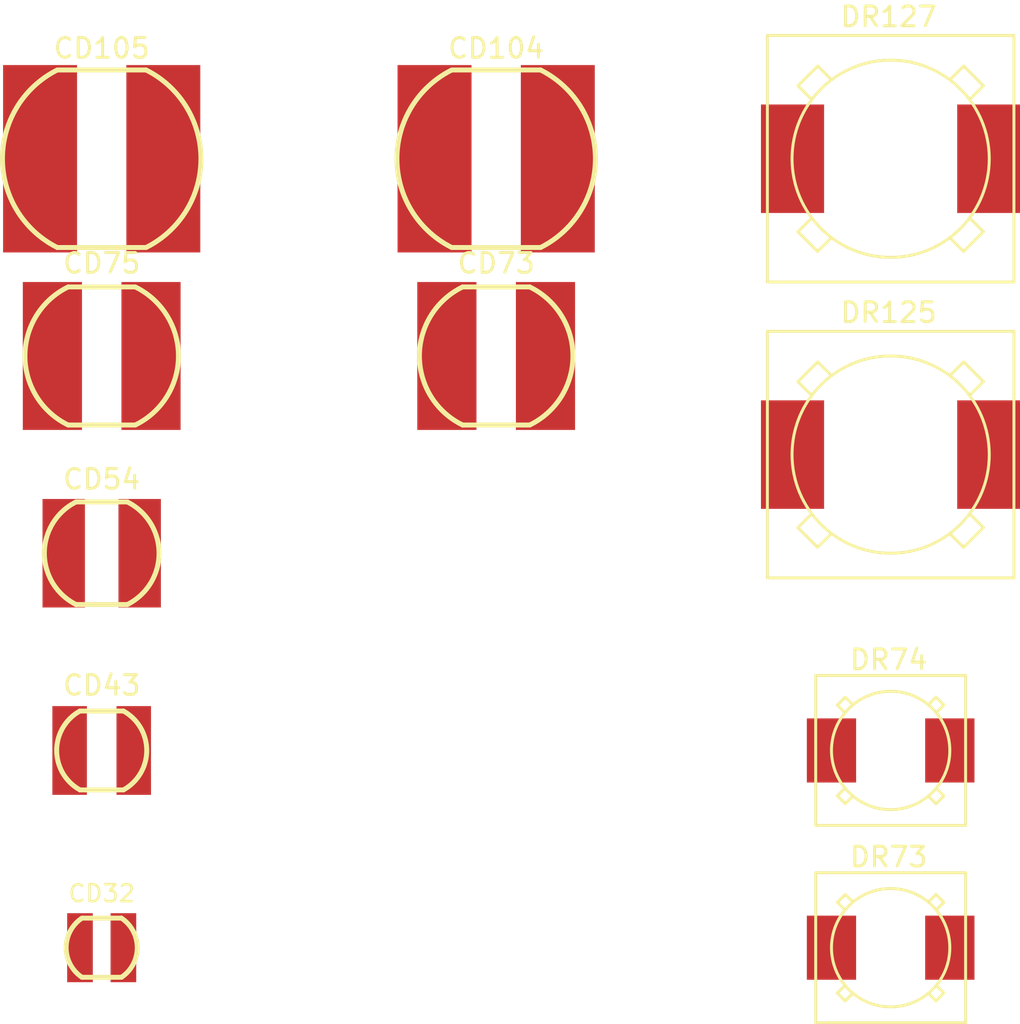
<source format=kicad_pcb>
(kicad_pcb (version 3) (host pcbnew "(2014-jan-25)-product")

  (general
    (links 0)
    (no_connects 0)
    (area 94.589846 63.221 144.504 115.729)
    (thickness 1.6)
    (drawings 0)
    (tracks 0)
    (zones 0)
    (modules 11)
    (nets 1)
  )

  (page A4)
  (layers
    (15 F.Cu signal)
    (0 B.Cu signal)
    (16 B.Adhes user)
    (17 F.Adhes user)
    (18 B.Paste user)
    (19 F.Paste user)
    (20 B.SilkS user)
    (21 F.SilkS user)
    (22 B.Mask user)
    (23 F.Mask user)
    (24 Dwgs.User user)
    (25 Cmts.User user)
    (26 Eco1.User user)
    (27 Eco2.User user)
    (28 Edge.Cuts user)
  )

  (setup
    (last_trace_width 0.254)
    (trace_clearance 0.254)
    (zone_clearance 0.508)
    (zone_45_only no)
    (trace_min 0.254)
    (segment_width 0.2)
    (edge_width 0.15)
    (via_size 0.889)
    (via_drill 0.635)
    (via_min_size 0.889)
    (via_min_drill 0.508)
    (uvia_size 0.508)
    (uvia_drill 0.127)
    (uvias_allowed no)
    (uvia_min_size 0.508)
    (uvia_min_drill 0.127)
    (pcb_text_width 0.3)
    (pcb_text_size 1 1)
    (mod_edge_width 0.15)
    (mod_text_size 1 1)
    (mod_text_width 0.15)
    (pad_size 5.5 3.2)
    (pad_drill 0)
    (pad_to_mask_clearance 0)
    (aux_axis_origin 0 0)
    (visible_elements FFFFFF7F)
    (pcbplotparams
      (layerselection 3178497)
      (usegerberextensions true)
      (excludeedgelayer true)
      (linewidth 0.150000)
      (plotframeref false)
      (viasonmask false)
      (mode 1)
      (useauxorigin false)
      (hpglpennumber 1)
      (hpglpenspeed 20)
      (hpglpendiameter 15)
      (hpglpenoverlay 2)
      (psnegative false)
      (psa4output false)
      (plotreference true)
      (plotvalue true)
      (plotothertext true)
      (plotinvisibletext false)
      (padsonsilk false)
      (subtractmaskfromsilk false)
      (outputformat 1)
      (mirror false)
      (drillshape 1)
      (scaleselection 1)
      (outputdirectory ""))
  )

  (net 0 "")

  (net_class Default "Это класс цепей по умолчанию."
    (clearance 0.254)
    (trace_width 0.254)
    (via_dia 0.889)
    (via_drill 0.635)
    (uvia_dia 0.508)
    (uvia_drill 0.127)
  )

  (module SMD_Inductors:CD104 (layer F.Cu) (tedit 572625D8) (tstamp 5725A8F3)
    (at 120 70)
    (tags "Surface Mount Power Inductor Package")
    (fp_text reference CD104 (at 0 -5.6 180) (layer F.SilkS)
      (effects (font (size 1 1) (thickness 0.15)))
    )
    (fp_text value VAL** (at 0 5.7 180) (layer F.SilkS) hide
      (effects (font (size 1 1) (thickness 0.15)))
    )
    (fp_arc (start 0 0) (end -2.25 4.5) (angle 126.5) (layer F.SilkS) (width 0.25))
    (fp_arc (start 0 0) (end 2.25 -4.5) (angle 126.5) (layer F.SilkS) (width 0.25))
    (fp_line (start -2.25 4.5) (end 2.25 4.5) (layer F.SilkS) (width 0.25))
    (fp_line (start -2.25 -4.5) (end 2.25 -4.5) (layer F.SilkS) (width 0.25))
    (pad 1 smd rect (at -3.125 0 90) (size 9.5 3.75) (layers F.Cu F.Paste F.Mask))
    (pad 2 smd rect (at 3.125 0 90) (size 9.5 3.75) (layers F.Cu F.Paste F.Mask))
    (model SMD_Inductors.3dshapes/CD104.wrl
      (at (xyz 0 0 0))
      (scale (xyz 1 1 1))
      (rotate (xyz 0 0 0))
    )
  )

  (module SMD_Inductors:CD73 (layer F.Cu) (tedit 572625D8) (tstamp 5725A910)
    (at 120 80)
    (tags "Surface Mount Power Inductor Package")
    (fp_text reference CD73 (at 0 -4.7 180) (layer F.SilkS)
      (effects (font (size 1 1) (thickness 0.15)))
    )
    (fp_text value VAL** (at 0 4.8 180) (layer F.SilkS) hide
      (effects (font (size 1 1) (thickness 0.15)))
    )
    (fp_arc (start 0 0) (end -1.7 3.5) (angle 128) (layer F.SilkS) (width 0.25))
    (fp_arc (start 0 0) (end 1.7 -3.5) (angle 128) (layer F.SilkS) (width 0.25))
    (fp_line (start -1.7 3.5) (end 1.7 3.5) (layer F.SilkS) (width 0.25))
    (fp_line (start -1.7 -3.5) (end 1.7 -3.5) (layer F.SilkS) (width 0.25))
    (pad 1 smd rect (at -2.5 0 90) (size 7.5 3) (layers F.Cu F.Paste F.Mask))
    (pad 2 smd rect (at 2.5 0 90) (size 7.5 3) (layers F.Cu F.Paste F.Mask))
    (model SMD_Inductors.3dshapes/CD73.wrl
      (at (xyz 0 0 0))
      (scale (xyz 1 1 1))
      (rotate (xyz 0 0 0))
    )
  )

  (module SMD_Inductors:CD105 (layer F.Cu) (tedit 572625D8) (tstamp 57259A59)
    (at 100 70)
    (tags "Surface Mount Power Inductor Package")
    (fp_text reference CD105 (at 0 -5.6 180) (layer F.SilkS)
      (effects (font (size 1 1) (thickness 0.15)))
    )
    (fp_text value VAL** (at 0 5.7 180) (layer F.SilkS) hide
      (effects (font (size 1 1) (thickness 0.15)))
    )
    (fp_arc (start 0 0) (end -2.25 4.5) (angle 126.5) (layer F.SilkS) (width 0.25))
    (fp_arc (start 0 0) (end 2.25 -4.5) (angle 126.5) (layer F.SilkS) (width 0.25))
    (fp_line (start -2.25 4.5) (end 2.25 4.5) (layer F.SilkS) (width 0.25))
    (fp_line (start -2.25 -4.5) (end 2.25 -4.5) (layer F.SilkS) (width 0.25))
    (pad 1 smd rect (at -3.125 0 90) (size 9.5 3.75) (layers F.Cu F.Paste F.Mask))
    (pad 2 smd rect (at 3.125 0 90) (size 9.5 3.75) (layers F.Cu F.Paste F.Mask))
    (model SMD_Inductors.3dshapes/CD105.wrl
      (at (xyz 0 0 0))
      (scale (xyz 1 1 1))
      (rotate (xyz 0 0 0))
    )
  )

  (module SMD_Inductors:CD75 (layer F.Cu) (tedit 572625D8) (tstamp 572664AE)
    (at 100 80)
    (tags "Surface Mount Power Inductor Package")
    (fp_text reference CD75 (at 0 -4.7 180) (layer F.SilkS)
      (effects (font (size 1 1) (thickness 0.15)))
    )
    (fp_text value VAL** (at 0 4.8 180) (layer F.SilkS) hide
      (effects (font (size 1 1) (thickness 0.15)))
    )
    (fp_arc (start 0 0) (end -1.7 3.5) (angle 128) (layer F.SilkS) (width 0.25))
    (fp_arc (start 0 0) (end 1.7 -3.5) (angle 128) (layer F.SilkS) (width 0.25))
    (fp_line (start -1.7 3.5) (end 1.7 3.5) (layer F.SilkS) (width 0.25))
    (fp_line (start -1.7 -3.5) (end 1.7 -3.5) (layer F.SilkS) (width 0.25))
    (pad 1 smd rect (at -2.5 0 90) (size 7.5 3) (layers F.Cu F.Paste F.Mask))
    (pad 2 smd rect (at 2.5 0 90) (size 7.5 3) (layers F.Cu F.Paste F.Mask))
    (model SMD_Inductors.3dshapes/CD75.wrl
      (at (xyz 0 0 0))
      (scale (xyz 1 1 1))
      (rotate (xyz 0 0 0))
    )
  )

  (module SMD_Inductors:CD54 (layer F.Cu) (tedit 572625D8) (tstamp 57259A76)
    (at 100 90)
    (tags "Surface Mount Power Inductor Package")
    (fp_text reference CD54 (at 0 -3.75 180) (layer F.SilkS)
      (effects (font (size 1 1) (thickness 0.15)))
    )
    (fp_text value VAL** (at 0 3.75 180) (layer F.SilkS) hide
      (effects (font (size 1 1) (thickness 0.15)))
    )
    (fp_arc (start 0 0) (end -1.3 2.6) (angle 126.5) (layer F.SilkS) (width 0.25))
    (fp_arc (start 0 0) (end 1.3 -2.6) (angle 126.5) (layer F.SilkS) (width 0.25))
    (fp_line (start -1.3 2.6) (end 1.3 2.6) (layer F.SilkS) (width 0.25))
    (fp_line (start -1.3 -2.6) (end 1.3 -2.6) (layer F.SilkS) (width 0.25))
    (pad 1 smd rect (at -1.925 0 90) (size 5.5 2.15) (layers F.Cu F.Paste F.Mask))
    (pad 2 smd rect (at 1.925 0 90) (size 5.5 2.15) (layers F.Cu F.Paste F.Mask))
    (model SMD_Inductors.3dshapes/CD54.wrl
      (at (xyz 0 0 0))
      (scale (xyz 1 1 1))
      (rotate (xyz 0 0 0))
    )
  )

  (module SMD_Inductors:CD43 (layer F.Cu) (tedit 572625D8) (tstamp 5725A942)
    (at 100 100)
    (tags "Surface Mount Power Inductor Package")
    (fp_text reference CD43 (at 0 -3.3 180) (layer F.SilkS)
      (effects (font (size 1 1) (thickness 0.15)))
    )
    (fp_text value VAL** (at 0 3.4 180) (layer F.SilkS) hide
      (effects (font (size 1 1) (thickness 0.15)))
    )
    (fp_arc (start 0 0) (end -1.1 2) (angle 122.2) (layer F.SilkS) (width 0.25))
    (fp_arc (start 0 0) (end 1.1 -2) (angle 122.2) (layer F.SilkS) (width 0.25))
    (fp_line (start -1.1 2) (end 1.1 2) (layer F.SilkS) (width 0.25))
    (fp_line (start -1.1 -2) (end 1.1 -2) (layer F.SilkS) (width 0.25))
    (pad 1 smd rect (at -1.625 0 90) (size 4.5 1.75) (layers F.Cu F.Paste F.Mask))
    (pad 2 smd rect (at 1.625 0 90) (size 4.5 1.75) (layers F.Cu F.Paste F.Mask))
    (model SMD_Inductors.3dshapes/CD43.wrl
      (at (xyz 0 0 0))
      (scale (xyz 1 1 1))
      (rotate (xyz 0 0 0))
    )
  )

  (module SMD_Inductors:CD32 (layer F.Cu) (tedit 572625D8) (tstamp 57259A93)
    (at 100 110)
    (tags "Surface Mount Power Inductor Package")
    (fp_text reference CD32 (at 0 -2.75 180) (layer F.SilkS)
      (effects (font (size 0.862 0.862) (thickness 0.127)))
    )
    (fp_text value VAL** (at 0 2.75 180) (layer F.SilkS) hide
      (effects (font (size 0.862 0.862) (thickness 0.127)))
    )
    (fp_line (start 1 -1.5) (end -1 -1.5) (layer F.SilkS) (width 0.25))
    (fp_line (start -1 1.5) (end 1 1.5) (layer F.SilkS) (width 0.25))
    (fp_arc (start 0 0) (end -1 1.5) (angle 112) (layer F.SilkS) (width 0.25))
    (fp_arc (start 0 0) (end 1 -1.5) (angle 112) (layer F.SilkS) (width 0.25))
    (pad 1 smd rect (at -1.1 0 90) (size 3.5 1.3) (layers F.Cu F.Paste F.Mask))
    (pad 2 smd rect (at 1.1 0 90) (size 3.5 1.3) (layers F.Cu F.Paste F.Mask))
    (model SMD_Inductors.3dshapes/CD32.wrl
      (at (xyz 0 0 0))
      (scale (xyz 1 1 1))
      (rotate (xyz 0 0 0))
    )
  )

  (module SMD_Inductors:DR73 (layer F.Cu) (tedit 572628CB) (tstamp 57263B27)
    (at 140 110)
    (tags "Surface Mount Shielded Power Inductor Package")
    (fp_text reference DR73 (at -0.1 -4.6) (layer F.SilkS)
      (effects (font (size 1 1) (thickness 0.15)))
    )
    (fp_text value VAL** (at 0 4.7 180) (layer F.SilkS) hide
      (effects (font (size 1 1) (thickness 0.15)))
    )
    (fp_line (start 1.9 2.3) (end 2.3 2.7) (layer F.SilkS) (width 0.15))
    (fp_line (start 2.3 2.7) (end 2.7 2.3) (layer F.SilkS) (width 0.15))
    (fp_line (start 2.7 2.3) (end 2.3 1.9) (layer F.SilkS) (width 0.15))
    (fp_line (start -2.3 1.9) (end -2.7 2.3) (layer F.SilkS) (width 0.15))
    (fp_line (start -2.7 2.3) (end -2.3 2.7) (layer F.SilkS) (width 0.15))
    (fp_line (start -2.3 2.7) (end -1.9 2.3) (layer F.SilkS) (width 0.15))
    (fp_line (start 2.7 -2.3) (end 2.3 -2.7) (layer F.SilkS) (width 0.15))
    (fp_line (start 2.3 -2.7) (end 1.9 -2.3) (layer F.SilkS) (width 0.15))
    (fp_line (start 2.3 -1.9) (end 2.7 -2.3) (layer F.SilkS) (width 0.15))
    (fp_line (start -2.3 -1.9) (end -2.7 -2.3) (layer F.SilkS) (width 0.15))
    (fp_line (start -2.7 -2.3) (end -2.3 -2.7) (layer F.SilkS) (width 0.15))
    (fp_line (start -2.3 -2.7) (end -1.9 -2.3) (layer F.SilkS) (width 0.15))
    (fp_circle (center 0 0) (end 3 0) (layer F.SilkS) (width 0.15))
    (fp_line (start -3.8 -3.8) (end 3.8 -3.8) (layer F.SilkS) (width 0.15))
    (fp_line (start 3.8 -3.8) (end 3.8 3.8) (layer F.SilkS) (width 0.15))
    (fp_line (start 3.8 3.8) (end -3.8 3.8) (layer F.SilkS) (width 0.15))
    (fp_line (start -3.8 3.8) (end -3.8 -3.8) (layer F.SilkS) (width 0.15))
    (pad 1 smd rect (at -3 0 90) (size 3.25 2.5) (layers F.Cu F.Paste F.Mask))
    (pad 2 smd rect (at 3 0 90) (size 3.25 2.5) (layers F.Cu F.Paste F.Mask))
    (model SMD_Inductors.3dshapes/DR73.wrl
      (at (xyz 0 0 0))
      (scale (xyz 1 1 1))
      (rotate (xyz 0 0 0))
    )
  )

  (module SMD_Inductors:DR74 (layer F.Cu) (tedit 57263198) (tstamp 5726407C)
    (at 140 100)
    (tags "Surface Mount Shielded Power Inductor Package")
    (fp_text reference DR74 (at -0.1 -4.6) (layer F.SilkS)
      (effects (font (size 1 1) (thickness 0.15)))
    )
    (fp_text value VAL** (at 0 4.7 180) (layer F.SilkS) hide
      (effects (font (size 1 1) (thickness 0.15)))
    )
    (fp_line (start 1.9 2.3) (end 2.3 2.7) (layer F.SilkS) (width 0.15))
    (fp_line (start 2.3 2.7) (end 2.7 2.3) (layer F.SilkS) (width 0.15))
    (fp_line (start 2.7 2.3) (end 2.3 1.9) (layer F.SilkS) (width 0.15))
    (fp_line (start -2.3 1.9) (end -2.7 2.3) (layer F.SilkS) (width 0.15))
    (fp_line (start -2.7 2.3) (end -2.3 2.7) (layer F.SilkS) (width 0.15))
    (fp_line (start -2.3 2.7) (end -1.9 2.3) (layer F.SilkS) (width 0.15))
    (fp_line (start 2.7 -2.3) (end 2.3 -2.7) (layer F.SilkS) (width 0.15))
    (fp_line (start 2.3 -2.7) (end 1.9 -2.3) (layer F.SilkS) (width 0.15))
    (fp_line (start 2.3 -1.9) (end 2.7 -2.3) (layer F.SilkS) (width 0.15))
    (fp_line (start -2.3 -1.9) (end -2.7 -2.3) (layer F.SilkS) (width 0.15))
    (fp_line (start -2.7 -2.3) (end -2.3 -2.7) (layer F.SilkS) (width 0.15))
    (fp_line (start -2.3 -2.7) (end -1.9 -2.3) (layer F.SilkS) (width 0.15))
    (fp_circle (center 0 0) (end 3 0) (layer F.SilkS) (width 0.15))
    (fp_line (start -3.8 -3.8) (end 3.8 -3.8) (layer F.SilkS) (width 0.15))
    (fp_line (start 3.8 -3.8) (end 3.8 3.8) (layer F.SilkS) (width 0.15))
    (fp_line (start 3.8 3.8) (end -3.8 3.8) (layer F.SilkS) (width 0.15))
    (fp_line (start -3.8 3.8) (end -3.8 -3.8) (layer F.SilkS) (width 0.15))
    (pad 1 smd rect (at -3 0 90) (size 3.25 2.5) (layers F.Cu F.Paste F.Mask))
    (pad 2 smd rect (at 3 0 90) (size 3.25 2.5) (layers F.Cu F.Paste F.Mask))
    (model SMD_Inductors.3dshapes/DR74.wrl
      (at (xyz 0 0 0))
      (scale (xyz 1 1 1))
      (rotate (xyz 0 0 0))
    )
  )

  (module SMD_Inductors:DR125 (layer F.Cu) (tedit 57263198) (tstamp 572641B1)
    (at 140 85)
    (tags "Surface Mount Shielded Power Inductor Package")
    (fp_text reference DR125 (at -0.1 -7.2) (layer F.SilkS)
      (effects (font (size 1 1) (thickness 0.15)))
    )
    (fp_text value VAL** (at 0.1 7.2 180) (layer F.SilkS) hide
      (effects (font (size 1 1) (thickness 0.15)))
    )
    (fp_line (start 3.7 4.7) (end 4.7 3.7) (layer F.SilkS) (width 0.15))
    (fp_line (start 4 3) (end 4.7 3.7) (layer F.SilkS) (width 0.15))
    (fp_line (start 3 4) (end 3.7 4.7) (layer F.SilkS) (width 0.15))
    (fp_line (start -3.7 4.7) (end -4.7 3.7) (layer F.SilkS) (width 0.15))
    (fp_line (start -3 4) (end -3.7 4.7) (layer F.SilkS) (width 0.15))
    (fp_line (start -4 3) (end -4.7 3.7) (layer F.SilkS) (width 0.15))
    (fp_line (start 3.7 -4.7) (end 4.7 -3.7) (layer F.SilkS) (width 0.15))
    (fp_line (start 4 -3) (end 4.7 -3.7) (layer F.SilkS) (width 0.15))
    (fp_line (start 3 -4) (end 3.7 -4.7) (layer F.SilkS) (width 0.15))
    (fp_line (start -3 -4) (end -3.7 -4.7) (layer F.SilkS) (width 0.15))
    (fp_line (start -3.7 -4.7) (end -4.7 -3.7) (layer F.SilkS) (width 0.15))
    (fp_line (start -4 -3) (end -4.7 -3.7) (layer F.SilkS) (width 0.15))
    (fp_circle (center 0 0) (end 5 0) (layer F.SilkS) (width 0.15))
    (fp_line (start -6.25 -6.25) (end 6.25 -6.25) (layer F.SilkS) (width 0.15))
    (fp_line (start 6.25 -6.25) (end 6.25 6.25) (layer F.SilkS) (width 0.15))
    (fp_line (start 6.25 6.25) (end -6.25 6.25) (layer F.SilkS) (width 0.15))
    (fp_line (start -6.25 6.25) (end -6.25 -6.25) (layer F.SilkS) (width 0.15))
    (pad 1 smd rect (at -4.975 0 90) (size 5.5 3.2) (layers F.Cu F.Paste F.Mask))
    (pad 2 smd rect (at 4.975 0 90) (size 5.5 3.2) (layers F.Cu F.Paste F.Mask))
    (model SMD_Inductors.3dshapes/DR125.wrl
      (at (xyz 0 0 0))
      (scale (xyz 1 1 1))
      (rotate (xyz 0 0 0))
    )
  )

  (module SMD_Inductors:DR127 (layer F.Cu) (tedit 57263171) (tstamp 572641DF)
    (at 140 70)
    (tags "Surface Mount Shielded Power Inductor Package")
    (fp_text reference DR127 (at -0.1 -7.2) (layer F.SilkS)
      (effects (font (size 1 1) (thickness 0.15)))
    )
    (fp_text value VAL** (at 0.1 7.2 180) (layer F.SilkS) hide
      (effects (font (size 1 1) (thickness 0.15)))
    )
    (fp_line (start 3.7 4.7) (end 4.7 3.7) (layer F.SilkS) (width 0.15))
    (fp_line (start 4 3) (end 4.7 3.7) (layer F.SilkS) (width 0.15))
    (fp_line (start 3 4) (end 3.7 4.7) (layer F.SilkS) (width 0.15))
    (fp_line (start -3.7 4.7) (end -4.7 3.7) (layer F.SilkS) (width 0.15))
    (fp_line (start -3 4) (end -3.7 4.7) (layer F.SilkS) (width 0.15))
    (fp_line (start -4 3) (end -4.7 3.7) (layer F.SilkS) (width 0.15))
    (fp_line (start 3.7 -4.7) (end 4.7 -3.7) (layer F.SilkS) (width 0.15))
    (fp_line (start 4 -3) (end 4.7 -3.7) (layer F.SilkS) (width 0.15))
    (fp_line (start 3 -4) (end 3.7 -4.7) (layer F.SilkS) (width 0.15))
    (fp_line (start -3 -4) (end -3.7 -4.7) (layer F.SilkS) (width 0.15))
    (fp_line (start -3.7 -4.7) (end -4.7 -3.7) (layer F.SilkS) (width 0.15))
    (fp_line (start -4 -3) (end -4.7 -3.7) (layer F.SilkS) (width 0.15))
    (fp_circle (center 0 0) (end 5 0) (layer F.SilkS) (width 0.15))
    (fp_line (start -6.25 -6.25) (end 6.25 -6.25) (layer F.SilkS) (width 0.15))
    (fp_line (start 6.25 -6.25) (end 6.25 6.25) (layer F.SilkS) (width 0.15))
    (fp_line (start 6.25 6.25) (end -6.25 6.25) (layer F.SilkS) (width 0.15))
    (fp_line (start -6.25 6.25) (end -6.25 -6.25) (layer F.SilkS) (width 0.15))
    (pad 1 smd rect (at -4.975 0 90) (size 5.5 3.2) (layers F.Cu F.Paste F.Mask))
    (pad 2 smd rect (at 4.975 0 90) (size 5.5 3.2) (layers F.Cu F.Paste F.Mask))
    (model SMD_Inductors.3dshapes/DR127.wrl
      (at (xyz 0 0 0))
      (scale (xyz 1 1 1))
      (rotate (xyz 0 0 0))
    )
  )

)

</source>
